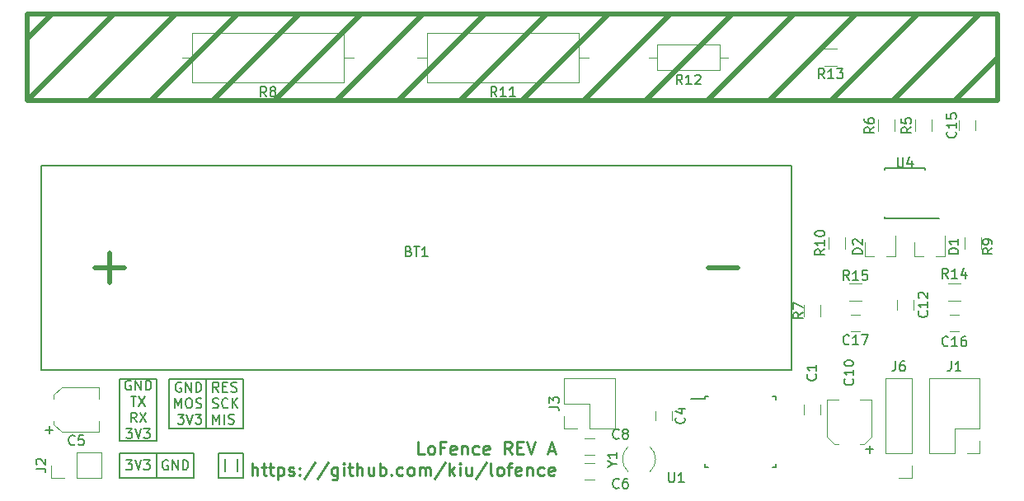
<source format=gto>
G04 #@! TF.GenerationSoftware,KiCad,Pcbnew,(5.0.0)*
G04 #@! TF.CreationDate,2019-02-24T05:38:12+01:00*
G04 #@! TF.ProjectId,lofence,6C6F66656E63652E6B696361645F7063,rev?*
G04 #@! TF.SameCoordinates,Original*
G04 #@! TF.FileFunction,Legend,Top*
G04 #@! TF.FilePolarity,Positive*
%FSLAX46Y46*%
G04 Gerber Fmt 4.6, Leading zero omitted, Abs format (unit mm)*
G04 Created by KiCad (PCBNEW (5.0.0)) date 02/24/19 05:38:12*
%MOMM*%
%LPD*%
G01*
G04 APERTURE LIST*
%ADD10C,0.200000*%
%ADD11C,0.150000*%
%ADD12C,0.250000*%
%ADD13C,0.500000*%
%ADD14C,0.120000*%
G04 APERTURE END LIST*
D10*
X80645000Y-80645000D02*
X83185000Y-80645000D01*
X80645000Y-78105000D02*
X83185000Y-78105000D01*
X83185000Y-78105000D02*
X83185000Y-80645000D01*
X82550000Y-78740000D02*
X82550000Y-80010000D01*
X81280000Y-78740000D02*
X81280000Y-80010000D01*
X80645000Y-78105000D02*
X80645000Y-80645000D01*
X79375000Y-75565000D02*
X79375000Y-70485000D01*
X75565000Y-70485000D02*
X79375000Y-70485000D01*
X75565000Y-75565000D02*
X75565000Y-70485000D01*
X83185000Y-75565000D02*
X75565000Y-75565000D01*
X83185000Y-70485000D02*
X83185000Y-75565000D01*
X79375000Y-70485000D02*
X83185000Y-70485000D01*
D11*
X76803571Y-70875000D02*
X76708333Y-70827380D01*
X76565476Y-70827380D01*
X76422619Y-70875000D01*
X76327380Y-70970238D01*
X76279761Y-71065476D01*
X76232142Y-71255952D01*
X76232142Y-71398809D01*
X76279761Y-71589285D01*
X76327380Y-71684523D01*
X76422619Y-71779761D01*
X76565476Y-71827380D01*
X76660714Y-71827380D01*
X76803571Y-71779761D01*
X76851190Y-71732142D01*
X76851190Y-71398809D01*
X76660714Y-71398809D01*
X77279761Y-71827380D02*
X77279761Y-70827380D01*
X77851190Y-71827380D01*
X77851190Y-70827380D01*
X78327380Y-71827380D02*
X78327380Y-70827380D01*
X78565476Y-70827380D01*
X78708333Y-70875000D01*
X78803571Y-70970238D01*
X78851190Y-71065476D01*
X78898809Y-71255952D01*
X78898809Y-71398809D01*
X78851190Y-71589285D01*
X78803571Y-71684523D01*
X78708333Y-71779761D01*
X78565476Y-71827380D01*
X78327380Y-71827380D01*
X80660714Y-71827380D02*
X80327380Y-71351190D01*
X80089285Y-71827380D02*
X80089285Y-70827380D01*
X80470238Y-70827380D01*
X80565476Y-70875000D01*
X80613095Y-70922619D01*
X80660714Y-71017857D01*
X80660714Y-71160714D01*
X80613095Y-71255952D01*
X80565476Y-71303571D01*
X80470238Y-71351190D01*
X80089285Y-71351190D01*
X81089285Y-71303571D02*
X81422619Y-71303571D01*
X81565476Y-71827380D02*
X81089285Y-71827380D01*
X81089285Y-70827380D01*
X81565476Y-70827380D01*
X81946428Y-71779761D02*
X82089285Y-71827380D01*
X82327380Y-71827380D01*
X82422619Y-71779761D01*
X82470238Y-71732142D01*
X82517857Y-71636904D01*
X82517857Y-71541666D01*
X82470238Y-71446428D01*
X82422619Y-71398809D01*
X82327380Y-71351190D01*
X82136904Y-71303571D01*
X82041666Y-71255952D01*
X81994047Y-71208333D01*
X81946428Y-71113095D01*
X81946428Y-71017857D01*
X81994047Y-70922619D01*
X82041666Y-70875000D01*
X82136904Y-70827380D01*
X82375000Y-70827380D01*
X82517857Y-70875000D01*
X76184523Y-73477380D02*
X76184523Y-72477380D01*
X76517857Y-73191666D01*
X76851190Y-72477380D01*
X76851190Y-73477380D01*
X77517857Y-72477380D02*
X77708333Y-72477380D01*
X77803571Y-72525000D01*
X77898809Y-72620238D01*
X77946428Y-72810714D01*
X77946428Y-73144047D01*
X77898809Y-73334523D01*
X77803571Y-73429761D01*
X77708333Y-73477380D01*
X77517857Y-73477380D01*
X77422619Y-73429761D01*
X77327380Y-73334523D01*
X77279761Y-73144047D01*
X77279761Y-72810714D01*
X77327380Y-72620238D01*
X77422619Y-72525000D01*
X77517857Y-72477380D01*
X78327380Y-73429761D02*
X78470238Y-73477380D01*
X78708333Y-73477380D01*
X78803571Y-73429761D01*
X78851190Y-73382142D01*
X78898809Y-73286904D01*
X78898809Y-73191666D01*
X78851190Y-73096428D01*
X78803571Y-73048809D01*
X78708333Y-73001190D01*
X78517857Y-72953571D01*
X78422619Y-72905952D01*
X78375000Y-72858333D01*
X78327380Y-72763095D01*
X78327380Y-72667857D01*
X78375000Y-72572619D01*
X78422619Y-72525000D01*
X78517857Y-72477380D01*
X78755952Y-72477380D01*
X78898809Y-72525000D01*
X80041666Y-73429761D02*
X80184523Y-73477380D01*
X80422619Y-73477380D01*
X80517857Y-73429761D01*
X80565476Y-73382142D01*
X80613095Y-73286904D01*
X80613095Y-73191666D01*
X80565476Y-73096428D01*
X80517857Y-73048809D01*
X80422619Y-73001190D01*
X80232142Y-72953571D01*
X80136904Y-72905952D01*
X80089285Y-72858333D01*
X80041666Y-72763095D01*
X80041666Y-72667857D01*
X80089285Y-72572619D01*
X80136904Y-72525000D01*
X80232142Y-72477380D01*
X80470238Y-72477380D01*
X80613095Y-72525000D01*
X81613095Y-73382142D02*
X81565476Y-73429761D01*
X81422619Y-73477380D01*
X81327380Y-73477380D01*
X81184523Y-73429761D01*
X81089285Y-73334523D01*
X81041666Y-73239285D01*
X80994047Y-73048809D01*
X80994047Y-72905952D01*
X81041666Y-72715476D01*
X81089285Y-72620238D01*
X81184523Y-72525000D01*
X81327380Y-72477380D01*
X81422619Y-72477380D01*
X81565476Y-72525000D01*
X81613095Y-72572619D01*
X82041666Y-73477380D02*
X82041666Y-72477380D01*
X82613095Y-73477380D02*
X82184523Y-72905952D01*
X82613095Y-72477380D02*
X82041666Y-73048809D01*
X76470238Y-74127380D02*
X77089285Y-74127380D01*
X76755952Y-74508333D01*
X76898809Y-74508333D01*
X76994047Y-74555952D01*
X77041666Y-74603571D01*
X77089285Y-74698809D01*
X77089285Y-74936904D01*
X77041666Y-75032142D01*
X76994047Y-75079761D01*
X76898809Y-75127380D01*
X76613095Y-75127380D01*
X76517857Y-75079761D01*
X76470238Y-75032142D01*
X77375000Y-74127380D02*
X77708333Y-75127380D01*
X78041666Y-74127380D01*
X78279761Y-74127380D02*
X78898809Y-74127380D01*
X78565476Y-74508333D01*
X78708333Y-74508333D01*
X78803571Y-74555952D01*
X78851190Y-74603571D01*
X78898809Y-74698809D01*
X78898809Y-74936904D01*
X78851190Y-75032142D01*
X78803571Y-75079761D01*
X78708333Y-75127380D01*
X78422619Y-75127380D01*
X78327380Y-75079761D01*
X78279761Y-75032142D01*
X80089285Y-75127380D02*
X80089285Y-74127380D01*
X80422619Y-74841666D01*
X80755952Y-74127380D01*
X80755952Y-75127380D01*
X81232142Y-75127380D02*
X81232142Y-74127380D01*
X81660714Y-75079761D02*
X81803571Y-75127380D01*
X82041666Y-75127380D01*
X82136904Y-75079761D01*
X82184523Y-75032142D01*
X82232142Y-74936904D01*
X82232142Y-74841666D01*
X82184523Y-74746428D01*
X82136904Y-74698809D01*
X82041666Y-74651190D01*
X81851190Y-74603571D01*
X81755952Y-74555952D01*
X81708333Y-74508333D01*
X81660714Y-74413095D01*
X81660714Y-74317857D01*
X81708333Y-74222619D01*
X81755952Y-74175000D01*
X81851190Y-74127380D01*
X82089285Y-74127380D01*
X82232142Y-74175000D01*
D10*
X74295000Y-76835000D02*
X74295000Y-70485000D01*
X70485000Y-76835000D02*
X74295000Y-76835000D01*
X70485000Y-70485000D02*
X70485000Y-76835000D01*
X70485000Y-70485000D02*
X74295000Y-70485000D01*
D11*
X71628095Y-70685000D02*
X71532857Y-70637380D01*
X71390000Y-70637380D01*
X71247142Y-70685000D01*
X71151904Y-70780238D01*
X71104285Y-70875476D01*
X71056666Y-71065952D01*
X71056666Y-71208809D01*
X71104285Y-71399285D01*
X71151904Y-71494523D01*
X71247142Y-71589761D01*
X71390000Y-71637380D01*
X71485238Y-71637380D01*
X71628095Y-71589761D01*
X71675714Y-71542142D01*
X71675714Y-71208809D01*
X71485238Y-71208809D01*
X72104285Y-71637380D02*
X72104285Y-70637380D01*
X72675714Y-71637380D01*
X72675714Y-70637380D01*
X73151904Y-71637380D02*
X73151904Y-70637380D01*
X73390000Y-70637380D01*
X73532857Y-70685000D01*
X73628095Y-70780238D01*
X73675714Y-70875476D01*
X73723333Y-71065952D01*
X73723333Y-71208809D01*
X73675714Y-71399285D01*
X73628095Y-71494523D01*
X73532857Y-71589761D01*
X73390000Y-71637380D01*
X73151904Y-71637380D01*
X71628095Y-72287380D02*
X72199523Y-72287380D01*
X71913809Y-73287380D02*
X71913809Y-72287380D01*
X72437619Y-72287380D02*
X73104285Y-73287380D01*
X73104285Y-72287380D02*
X72437619Y-73287380D01*
X72223333Y-74937380D02*
X71890000Y-74461190D01*
X71651904Y-74937380D02*
X71651904Y-73937380D01*
X72032857Y-73937380D01*
X72128095Y-73985000D01*
X72175714Y-74032619D01*
X72223333Y-74127857D01*
X72223333Y-74270714D01*
X72175714Y-74365952D01*
X72128095Y-74413571D01*
X72032857Y-74461190D01*
X71651904Y-74461190D01*
X72556666Y-73937380D02*
X73223333Y-74937380D01*
X73223333Y-73937380D02*
X72556666Y-74937380D01*
X71151904Y-75587380D02*
X71770952Y-75587380D01*
X71437619Y-75968333D01*
X71580476Y-75968333D01*
X71675714Y-76015952D01*
X71723333Y-76063571D01*
X71770952Y-76158809D01*
X71770952Y-76396904D01*
X71723333Y-76492142D01*
X71675714Y-76539761D01*
X71580476Y-76587380D01*
X71294761Y-76587380D01*
X71199523Y-76539761D01*
X71151904Y-76492142D01*
X72056666Y-75587380D02*
X72390000Y-76587380D01*
X72723333Y-75587380D01*
X72961428Y-75587380D02*
X73580476Y-75587380D01*
X73247142Y-75968333D01*
X73390000Y-75968333D01*
X73485238Y-76015952D01*
X73532857Y-76063571D01*
X73580476Y-76158809D01*
X73580476Y-76396904D01*
X73532857Y-76492142D01*
X73485238Y-76539761D01*
X73390000Y-76587380D01*
X73104285Y-76587380D01*
X73009047Y-76539761D01*
X72961428Y-76492142D01*
D10*
X70485000Y-78105000D02*
X78105000Y-78105000D01*
X70485000Y-80645000D02*
X70485000Y-78105000D01*
X78105000Y-80645000D02*
X78105000Y-78105000D01*
X74295000Y-80645000D02*
X78105000Y-80645000D01*
X74295000Y-80645000D02*
X70485000Y-80645000D01*
X74295000Y-78105000D02*
X74295000Y-80645000D01*
D11*
X71151904Y-78827380D02*
X71770952Y-78827380D01*
X71437619Y-79208333D01*
X71580476Y-79208333D01*
X71675714Y-79255952D01*
X71723333Y-79303571D01*
X71770952Y-79398809D01*
X71770952Y-79636904D01*
X71723333Y-79732142D01*
X71675714Y-79779761D01*
X71580476Y-79827380D01*
X71294761Y-79827380D01*
X71199523Y-79779761D01*
X71151904Y-79732142D01*
X72056666Y-78827380D02*
X72390000Y-79827380D01*
X72723333Y-78827380D01*
X72961428Y-78827380D02*
X73580476Y-78827380D01*
X73247142Y-79208333D01*
X73390000Y-79208333D01*
X73485238Y-79255952D01*
X73532857Y-79303571D01*
X73580476Y-79398809D01*
X73580476Y-79636904D01*
X73532857Y-79732142D01*
X73485238Y-79779761D01*
X73390000Y-79827380D01*
X73104285Y-79827380D01*
X73009047Y-79779761D01*
X72961428Y-79732142D01*
X75438095Y-78875000D02*
X75342857Y-78827380D01*
X75200000Y-78827380D01*
X75057142Y-78875000D01*
X74961904Y-78970238D01*
X74914285Y-79065476D01*
X74866666Y-79255952D01*
X74866666Y-79398809D01*
X74914285Y-79589285D01*
X74961904Y-79684523D01*
X75057142Y-79779761D01*
X75200000Y-79827380D01*
X75295238Y-79827380D01*
X75438095Y-79779761D01*
X75485714Y-79732142D01*
X75485714Y-79398809D01*
X75295238Y-79398809D01*
X75914285Y-79827380D02*
X75914285Y-78827380D01*
X76485714Y-79827380D01*
X76485714Y-78827380D01*
X76961904Y-79827380D02*
X76961904Y-78827380D01*
X77200000Y-78827380D01*
X77342857Y-78875000D01*
X77438095Y-78970238D01*
X77485714Y-79065476D01*
X77533333Y-79255952D01*
X77533333Y-79398809D01*
X77485714Y-79589285D01*
X77438095Y-79684523D01*
X77342857Y-79779761D01*
X77200000Y-79827380D01*
X76961904Y-79827380D01*
D12*
X101788452Y-78228095D02*
X101169404Y-78228095D01*
X101169404Y-76928095D01*
X102407500Y-78228095D02*
X102283690Y-78166190D01*
X102221785Y-78104285D01*
X102159880Y-77980476D01*
X102159880Y-77609047D01*
X102221785Y-77485238D01*
X102283690Y-77423333D01*
X102407500Y-77361428D01*
X102593214Y-77361428D01*
X102717023Y-77423333D01*
X102778928Y-77485238D01*
X102840833Y-77609047D01*
X102840833Y-77980476D01*
X102778928Y-78104285D01*
X102717023Y-78166190D01*
X102593214Y-78228095D01*
X102407500Y-78228095D01*
X103831309Y-77547142D02*
X103397976Y-77547142D01*
X103397976Y-78228095D02*
X103397976Y-76928095D01*
X104017023Y-76928095D01*
X105007500Y-78166190D02*
X104883690Y-78228095D01*
X104636071Y-78228095D01*
X104512261Y-78166190D01*
X104450357Y-78042380D01*
X104450357Y-77547142D01*
X104512261Y-77423333D01*
X104636071Y-77361428D01*
X104883690Y-77361428D01*
X105007500Y-77423333D01*
X105069404Y-77547142D01*
X105069404Y-77670952D01*
X104450357Y-77794761D01*
X105626547Y-77361428D02*
X105626547Y-78228095D01*
X105626547Y-77485238D02*
X105688452Y-77423333D01*
X105812261Y-77361428D01*
X105997976Y-77361428D01*
X106121785Y-77423333D01*
X106183690Y-77547142D01*
X106183690Y-78228095D01*
X107359880Y-78166190D02*
X107236071Y-78228095D01*
X106988452Y-78228095D01*
X106864642Y-78166190D01*
X106802738Y-78104285D01*
X106740833Y-77980476D01*
X106740833Y-77609047D01*
X106802738Y-77485238D01*
X106864642Y-77423333D01*
X106988452Y-77361428D01*
X107236071Y-77361428D01*
X107359880Y-77423333D01*
X108412261Y-78166190D02*
X108288452Y-78228095D01*
X108040833Y-78228095D01*
X107917023Y-78166190D01*
X107855119Y-78042380D01*
X107855119Y-77547142D01*
X107917023Y-77423333D01*
X108040833Y-77361428D01*
X108288452Y-77361428D01*
X108412261Y-77423333D01*
X108474166Y-77547142D01*
X108474166Y-77670952D01*
X107855119Y-77794761D01*
X110764642Y-78228095D02*
X110331309Y-77609047D01*
X110021785Y-78228095D02*
X110021785Y-76928095D01*
X110517023Y-76928095D01*
X110640833Y-76990000D01*
X110702738Y-77051904D01*
X110764642Y-77175714D01*
X110764642Y-77361428D01*
X110702738Y-77485238D01*
X110640833Y-77547142D01*
X110517023Y-77609047D01*
X110021785Y-77609047D01*
X111321785Y-77547142D02*
X111755119Y-77547142D01*
X111940833Y-78228095D02*
X111321785Y-78228095D01*
X111321785Y-76928095D01*
X111940833Y-76928095D01*
X112312261Y-76928095D02*
X112745595Y-78228095D01*
X113178928Y-76928095D01*
X114540833Y-77856666D02*
X115159880Y-77856666D01*
X114417023Y-78228095D02*
X114850357Y-76928095D01*
X115283690Y-78228095D01*
X84083690Y-80428095D02*
X84083690Y-79128095D01*
X84640833Y-80428095D02*
X84640833Y-79747142D01*
X84578928Y-79623333D01*
X84455119Y-79561428D01*
X84269404Y-79561428D01*
X84145595Y-79623333D01*
X84083690Y-79685238D01*
X85074166Y-79561428D02*
X85569404Y-79561428D01*
X85259880Y-79128095D02*
X85259880Y-80242380D01*
X85321785Y-80366190D01*
X85445595Y-80428095D01*
X85569404Y-80428095D01*
X85817023Y-79561428D02*
X86312261Y-79561428D01*
X86002738Y-79128095D02*
X86002738Y-80242380D01*
X86064642Y-80366190D01*
X86188452Y-80428095D01*
X86312261Y-80428095D01*
X86745595Y-79561428D02*
X86745595Y-80861428D01*
X86745595Y-79623333D02*
X86869404Y-79561428D01*
X87117023Y-79561428D01*
X87240833Y-79623333D01*
X87302738Y-79685238D01*
X87364642Y-79809047D01*
X87364642Y-80180476D01*
X87302738Y-80304285D01*
X87240833Y-80366190D01*
X87117023Y-80428095D01*
X86869404Y-80428095D01*
X86745595Y-80366190D01*
X87859880Y-80366190D02*
X87983690Y-80428095D01*
X88231309Y-80428095D01*
X88355119Y-80366190D01*
X88417023Y-80242380D01*
X88417023Y-80180476D01*
X88355119Y-80056666D01*
X88231309Y-79994761D01*
X88045595Y-79994761D01*
X87921785Y-79932857D01*
X87859880Y-79809047D01*
X87859880Y-79747142D01*
X87921785Y-79623333D01*
X88045595Y-79561428D01*
X88231309Y-79561428D01*
X88355119Y-79623333D01*
X88974166Y-80304285D02*
X89036071Y-80366190D01*
X88974166Y-80428095D01*
X88912261Y-80366190D01*
X88974166Y-80304285D01*
X88974166Y-80428095D01*
X88974166Y-79623333D02*
X89036071Y-79685238D01*
X88974166Y-79747142D01*
X88912261Y-79685238D01*
X88974166Y-79623333D01*
X88974166Y-79747142D01*
X90521785Y-79066190D02*
X89407499Y-80737619D01*
X91883690Y-79066190D02*
X90769404Y-80737619D01*
X92874166Y-79561428D02*
X92874166Y-80613809D01*
X92812261Y-80737619D01*
X92750357Y-80799523D01*
X92626547Y-80861428D01*
X92440833Y-80861428D01*
X92317023Y-80799523D01*
X92874166Y-80366190D02*
X92750357Y-80428095D01*
X92502738Y-80428095D01*
X92378928Y-80366190D01*
X92317023Y-80304285D01*
X92255119Y-80180476D01*
X92255119Y-79809047D01*
X92317023Y-79685238D01*
X92378928Y-79623333D01*
X92502738Y-79561428D01*
X92750357Y-79561428D01*
X92874166Y-79623333D01*
X93493214Y-80428095D02*
X93493214Y-79561428D01*
X93493214Y-79128095D02*
X93431309Y-79190000D01*
X93493214Y-79251904D01*
X93555119Y-79190000D01*
X93493214Y-79128095D01*
X93493214Y-79251904D01*
X93926547Y-79561428D02*
X94421785Y-79561428D01*
X94112261Y-79128095D02*
X94112261Y-80242380D01*
X94174166Y-80366190D01*
X94297976Y-80428095D01*
X94421785Y-80428095D01*
X94855119Y-80428095D02*
X94855119Y-79128095D01*
X95412261Y-80428095D02*
X95412261Y-79747142D01*
X95350357Y-79623333D01*
X95226547Y-79561428D01*
X95040833Y-79561428D01*
X94917023Y-79623333D01*
X94855119Y-79685238D01*
X96588452Y-79561428D02*
X96588452Y-80428095D01*
X96031309Y-79561428D02*
X96031309Y-80242380D01*
X96093214Y-80366190D01*
X96217023Y-80428095D01*
X96402738Y-80428095D01*
X96526547Y-80366190D01*
X96588452Y-80304285D01*
X97207499Y-80428095D02*
X97207499Y-79128095D01*
X97207499Y-79623333D02*
X97331309Y-79561428D01*
X97578928Y-79561428D01*
X97702738Y-79623333D01*
X97764642Y-79685238D01*
X97826547Y-79809047D01*
X97826547Y-80180476D01*
X97764642Y-80304285D01*
X97702738Y-80366190D01*
X97578928Y-80428095D01*
X97331309Y-80428095D01*
X97207499Y-80366190D01*
X98383690Y-80304285D02*
X98445595Y-80366190D01*
X98383690Y-80428095D01*
X98321785Y-80366190D01*
X98383690Y-80304285D01*
X98383690Y-80428095D01*
X99559880Y-80366190D02*
X99436071Y-80428095D01*
X99188452Y-80428095D01*
X99064642Y-80366190D01*
X99002738Y-80304285D01*
X98940833Y-80180476D01*
X98940833Y-79809047D01*
X99002738Y-79685238D01*
X99064642Y-79623333D01*
X99188452Y-79561428D01*
X99436071Y-79561428D01*
X99559880Y-79623333D01*
X100302738Y-80428095D02*
X100178928Y-80366190D01*
X100117023Y-80304285D01*
X100055119Y-80180476D01*
X100055119Y-79809047D01*
X100117023Y-79685238D01*
X100178928Y-79623333D01*
X100302738Y-79561428D01*
X100488452Y-79561428D01*
X100612261Y-79623333D01*
X100674166Y-79685238D01*
X100736071Y-79809047D01*
X100736071Y-80180476D01*
X100674166Y-80304285D01*
X100612261Y-80366190D01*
X100488452Y-80428095D01*
X100302738Y-80428095D01*
X101293214Y-80428095D02*
X101293214Y-79561428D01*
X101293214Y-79685238D02*
X101355119Y-79623333D01*
X101478928Y-79561428D01*
X101664642Y-79561428D01*
X101788452Y-79623333D01*
X101850357Y-79747142D01*
X101850357Y-80428095D01*
X101850357Y-79747142D02*
X101912261Y-79623333D01*
X102036071Y-79561428D01*
X102221785Y-79561428D01*
X102345595Y-79623333D01*
X102407499Y-79747142D01*
X102407499Y-80428095D01*
X103955119Y-79066190D02*
X102840833Y-80737619D01*
X104388452Y-80428095D02*
X104388452Y-79128095D01*
X104512261Y-79932857D02*
X104883690Y-80428095D01*
X104883690Y-79561428D02*
X104388452Y-80056666D01*
X105440833Y-80428095D02*
X105440833Y-79561428D01*
X105440833Y-79128095D02*
X105378928Y-79190000D01*
X105440833Y-79251904D01*
X105502738Y-79190000D01*
X105440833Y-79128095D01*
X105440833Y-79251904D01*
X106617023Y-79561428D02*
X106617023Y-80428095D01*
X106059880Y-79561428D02*
X106059880Y-80242380D01*
X106121785Y-80366190D01*
X106245595Y-80428095D01*
X106431309Y-80428095D01*
X106555119Y-80366190D01*
X106617023Y-80304285D01*
X108164642Y-79066190D02*
X107050357Y-80737619D01*
X108783690Y-80428095D02*
X108659880Y-80366190D01*
X108597976Y-80242380D01*
X108597976Y-79128095D01*
X109464642Y-80428095D02*
X109340833Y-80366190D01*
X109278928Y-80304285D01*
X109217023Y-80180476D01*
X109217023Y-79809047D01*
X109278928Y-79685238D01*
X109340833Y-79623333D01*
X109464642Y-79561428D01*
X109650357Y-79561428D01*
X109774166Y-79623333D01*
X109836071Y-79685238D01*
X109897976Y-79809047D01*
X109897976Y-80180476D01*
X109836071Y-80304285D01*
X109774166Y-80366190D01*
X109650357Y-80428095D01*
X109464642Y-80428095D01*
X110269404Y-79561428D02*
X110764642Y-79561428D01*
X110455119Y-80428095D02*
X110455119Y-79313809D01*
X110517023Y-79190000D01*
X110640833Y-79128095D01*
X110764642Y-79128095D01*
X111693214Y-80366190D02*
X111569404Y-80428095D01*
X111321785Y-80428095D01*
X111197976Y-80366190D01*
X111136071Y-80242380D01*
X111136071Y-79747142D01*
X111197976Y-79623333D01*
X111321785Y-79561428D01*
X111569404Y-79561428D01*
X111693214Y-79623333D01*
X111755119Y-79747142D01*
X111755119Y-79870952D01*
X111136071Y-79994761D01*
X112312261Y-79561428D02*
X112312261Y-80428095D01*
X112312261Y-79685238D02*
X112374166Y-79623333D01*
X112497976Y-79561428D01*
X112683690Y-79561428D01*
X112807499Y-79623333D01*
X112869404Y-79747142D01*
X112869404Y-80428095D01*
X114045595Y-80366190D02*
X113921785Y-80428095D01*
X113674166Y-80428095D01*
X113550357Y-80366190D01*
X113488452Y-80304285D01*
X113426547Y-80180476D01*
X113426547Y-79809047D01*
X113488452Y-79685238D01*
X113550357Y-79623333D01*
X113674166Y-79561428D01*
X113921785Y-79561428D01*
X114045595Y-79623333D01*
X115097976Y-80366190D02*
X114974166Y-80428095D01*
X114726547Y-80428095D01*
X114602738Y-80366190D01*
X114540833Y-80242380D01*
X114540833Y-79747142D01*
X114602738Y-79623333D01*
X114726547Y-79561428D01*
X114974166Y-79561428D01*
X115097976Y-79623333D01*
X115159880Y-79747142D01*
X115159880Y-79870952D01*
X114540833Y-79994761D01*
D13*
X160655000Y-33020000D02*
X160655000Y-41910000D01*
X60960000Y-33020000D02*
X160655000Y-33020000D01*
X60960000Y-41910000D02*
X60960000Y-33020000D01*
X160655000Y-41910000D02*
X60960000Y-41910000D01*
X156210000Y-41910000D02*
X160655000Y-37465000D01*
X63500000Y-33020000D02*
X60960000Y-35560000D01*
X149860000Y-41910000D02*
X158750000Y-33020000D01*
X143510000Y-41910000D02*
X152400000Y-33020000D01*
X137160000Y-41910000D02*
X146050000Y-33020000D01*
X130810000Y-41910000D02*
X139700000Y-33020000D01*
X124460000Y-41910000D02*
X133350000Y-33020000D01*
X118110000Y-41910000D02*
X127000000Y-33020000D01*
X111760000Y-41910000D02*
X120650000Y-33020000D01*
X105410000Y-41910000D02*
X114300000Y-33020000D01*
X99060000Y-41910000D02*
X107950000Y-33020000D01*
X92710000Y-41910000D02*
X101600000Y-33020000D01*
X86360000Y-41910000D02*
X95250000Y-33020000D01*
X80010000Y-41910000D02*
X88900000Y-33020000D01*
X73660000Y-41910000D02*
X82550000Y-33020000D01*
X67310000Y-41910000D02*
X76200000Y-33020000D01*
X60960000Y-41910000D02*
X69850000Y-33020000D01*
D14*
G04 #@! TO.C,J3*
X116145000Y-75625000D02*
X116145000Y-74295000D01*
X117475000Y-75625000D02*
X116145000Y-75625000D01*
X116145000Y-73025000D02*
X116145000Y-70425000D01*
X118745000Y-73025000D02*
X116145000Y-73025000D01*
X118745000Y-75625000D02*
X118745000Y-73025000D01*
X116145000Y-70425000D02*
X121345000Y-70425000D01*
X118745000Y-75625000D02*
X121345000Y-75625000D01*
X121345000Y-75625000D02*
X121345000Y-70425000D01*
G04 #@! TO.C,C1*
X140755000Y-73140000D02*
X140755000Y-74140000D01*
X142455000Y-74140000D02*
X142455000Y-73140000D01*
G04 #@! TO.C,C4*
X127215000Y-74775000D02*
X127215000Y-73775000D01*
X125515000Y-73775000D02*
X125515000Y-74775000D01*
G04 #@! TO.C,C6*
X119245000Y-79160000D02*
X118245000Y-79160000D01*
X118245000Y-80860000D02*
X119245000Y-80860000D01*
G04 #@! TO.C,C8*
X119245000Y-76620000D02*
X118245000Y-76620000D01*
X118245000Y-78320000D02*
X119245000Y-78320000D01*
G04 #@! TO.C,C12*
X150280000Y-62365000D02*
X150280000Y-63365000D01*
X151980000Y-63365000D02*
X151980000Y-62365000D01*
G04 #@! TO.C,C15*
X158330000Y-44950000D02*
X158330000Y-43950000D01*
X156630000Y-43950000D02*
X156630000Y-44950000D01*
G04 #@! TO.C,C16*
X156710000Y-63920000D02*
X155710000Y-63920000D01*
X155710000Y-65620000D02*
X156710000Y-65620000D01*
G04 #@! TO.C,C17*
X145550000Y-65620000D02*
X146550000Y-65620000D01*
X146550000Y-63920000D02*
X145550000Y-63920000D01*
G04 #@! TO.C,D1*
X152090000Y-57910000D02*
X153020000Y-57910000D01*
X155250000Y-57910000D02*
X154320000Y-57910000D01*
X155250000Y-57910000D02*
X155250000Y-55750000D01*
X152090000Y-57910000D02*
X152090000Y-56450000D01*
G04 #@! TO.C,D2*
X147010000Y-57910000D02*
X147940000Y-57910000D01*
X150170000Y-57910000D02*
X149240000Y-57910000D01*
X150170000Y-57910000D02*
X150170000Y-55750000D01*
X147010000Y-57910000D02*
X147010000Y-56450000D01*
G04 #@! TO.C,J1*
X158810000Y-70425000D02*
X153610000Y-70425000D01*
X158810000Y-75565000D02*
X158810000Y-70425000D01*
X153610000Y-78165000D02*
X153610000Y-70425000D01*
X158810000Y-75565000D02*
X156210000Y-75565000D01*
X156210000Y-75565000D02*
X156210000Y-78165000D01*
X156210000Y-78165000D02*
X153610000Y-78165000D01*
X158810000Y-76835000D02*
X158810000Y-78165000D01*
X158810000Y-78165000D02*
X157480000Y-78165000D01*
G04 #@! TO.C,J2*
X68640000Y-80705000D02*
X68640000Y-78045000D01*
X66040000Y-80705000D02*
X68640000Y-80705000D01*
X66040000Y-78045000D02*
X68640000Y-78045000D01*
X66040000Y-80705000D02*
X66040000Y-78045000D01*
X64770000Y-80705000D02*
X63440000Y-80705000D01*
X63440000Y-80705000D02*
X63440000Y-79375000D01*
G04 #@! TO.C,J6*
X151825000Y-70425000D02*
X149165000Y-70425000D01*
X151825000Y-78105000D02*
X151825000Y-70425000D01*
X149165000Y-78105000D02*
X149165000Y-70425000D01*
X151825000Y-78105000D02*
X149165000Y-78105000D01*
X151825000Y-79375000D02*
X151825000Y-80705000D01*
X151825000Y-80705000D02*
X150495000Y-80705000D01*
G04 #@! TO.C,R5*
X153915000Y-43850000D02*
X153915000Y-45050000D01*
X152155000Y-45050000D02*
X152155000Y-43850000D01*
G04 #@! TO.C,R6*
X150105000Y-43850000D02*
X150105000Y-45050000D01*
X148345000Y-45050000D02*
X148345000Y-43850000D01*
G04 #@! TO.C,R7*
X142485000Y-62900000D02*
X142485000Y-64100000D01*
X140725000Y-64100000D02*
X140725000Y-62900000D01*
G04 #@! TO.C,R9*
X158995000Y-55915000D02*
X158995000Y-57115000D01*
X157235000Y-57115000D02*
X157235000Y-55915000D01*
G04 #@! TO.C,R10*
X145025000Y-55915000D02*
X145025000Y-57115000D01*
X143265000Y-57115000D02*
X143265000Y-55915000D01*
G04 #@! TO.C,R13*
X142910000Y-36585000D02*
X144110000Y-36585000D01*
X144110000Y-38345000D02*
X142910000Y-38345000D01*
G04 #@! TO.C,R14*
X155610000Y-60715000D02*
X156810000Y-60715000D01*
X156810000Y-62475000D02*
X155610000Y-62475000D01*
G04 #@! TO.C,R15*
X146650000Y-62475000D02*
X145450000Y-62475000D01*
X145450000Y-60715000D02*
X146650000Y-60715000D01*
D11*
G04 #@! TO.C,U4*
X153205000Y-54010000D02*
X153205000Y-53960000D01*
X149055000Y-54010000D02*
X149055000Y-53865000D01*
X149055000Y-48860000D02*
X149055000Y-49005000D01*
X153205000Y-48860000D02*
X153205000Y-49005000D01*
X153205000Y-54010000D02*
X149055000Y-54010000D01*
X153205000Y-48860000D02*
X149055000Y-48860000D01*
X153205000Y-53960000D02*
X154605000Y-53960000D01*
D14*
G04 #@! TO.C,Y1*
X122695521Y-77469458D02*
G75*
G03X122694912Y-80010000I1129479J-1270542D01*
G01*
X124954479Y-77469458D02*
G75*
G02X124955088Y-80010000I-1129479J-1270542D01*
G01*
D11*
G04 #@! TO.C,U1*
X130614000Y-72321000D02*
X130614000Y-72546000D01*
X137864000Y-72321000D02*
X137864000Y-72646000D01*
X137864000Y-79571000D02*
X137864000Y-79246000D01*
X130614000Y-79571000D02*
X130614000Y-79246000D01*
X130614000Y-72321000D02*
X130939000Y-72321000D01*
X130614000Y-79571000D02*
X130939000Y-79571000D01*
X137864000Y-79571000D02*
X137539000Y-79571000D01*
X137864000Y-72321000D02*
X137539000Y-72321000D01*
X130614000Y-72546000D02*
X129189000Y-72546000D01*
D14*
G04 #@! TO.C,R8*
X93535000Y-40025000D02*
X93535000Y-34905000D01*
X93535000Y-34905000D02*
X77915000Y-34905000D01*
X77915000Y-34905000D02*
X77915000Y-40025000D01*
X77915000Y-40025000D02*
X93535000Y-40025000D01*
X94505000Y-37465000D02*
X93535000Y-37465000D01*
X76945000Y-37465000D02*
X77915000Y-37465000D01*
G04 #@! TO.C,R11*
X117665000Y-40025000D02*
X117665000Y-34905000D01*
X117665000Y-34905000D02*
X102045000Y-34905000D01*
X102045000Y-34905000D02*
X102045000Y-40025000D01*
X102045000Y-40025000D02*
X117665000Y-40025000D01*
X118635000Y-37465000D02*
X117665000Y-37465000D01*
X101075000Y-37465000D02*
X102045000Y-37465000D01*
G04 #@! TO.C,R12*
X132115000Y-38775000D02*
X132115000Y-36155000D01*
X132115000Y-36155000D02*
X125695000Y-36155000D01*
X125695000Y-36155000D02*
X125695000Y-38775000D01*
X125695000Y-38775000D02*
X132115000Y-38775000D01*
X133005000Y-37465000D02*
X132115000Y-37465000D01*
X124805000Y-37465000D02*
X125695000Y-37465000D01*
D13*
G04 #@! TO.C,BT1*
X133965000Y-59055000D02*
X130965000Y-59055000D01*
X69465000Y-60555000D02*
X69465000Y-57555000D01*
X67965000Y-59055000D02*
X70965000Y-59055000D01*
D11*
X139465000Y-69555000D02*
X62465000Y-69555000D01*
X139465000Y-48555000D02*
X139465000Y-69555000D01*
X62465000Y-48555000D02*
X139465000Y-48555000D01*
X62465000Y-69555000D02*
X62465000Y-48555000D01*
D14*
G04 #@! TO.C,C5*
X68330000Y-75950000D02*
X68330000Y-74780000D01*
X68330000Y-71370000D02*
X68330000Y-72540000D01*
X63750000Y-72140000D02*
X63750000Y-72540000D01*
X63750000Y-75180000D02*
X63750000Y-74780000D01*
X64520000Y-75950000D02*
X68330000Y-75950000D01*
X64520000Y-75950000D02*
X63750000Y-75180000D01*
X64520000Y-71370000D02*
X68330000Y-71370000D01*
X64520000Y-71370000D02*
X63750000Y-72140000D01*
G04 #@! TO.C,C10*
X147705000Y-72640000D02*
X146535000Y-72640000D01*
X143125000Y-72640000D02*
X144295000Y-72640000D01*
X143895000Y-77220000D02*
X144295000Y-77220000D01*
X146935000Y-77220000D02*
X146535000Y-77220000D01*
X147705000Y-76450000D02*
X147705000Y-72640000D01*
X147705000Y-76450000D02*
X146935000Y-77220000D01*
X143125000Y-76450000D02*
X143125000Y-72640000D01*
X143125000Y-76450000D02*
X143895000Y-77220000D01*
G04 #@! TO.C,J3*
D11*
X114597380Y-73358333D02*
X115311666Y-73358333D01*
X115454523Y-73405952D01*
X115549761Y-73501190D01*
X115597380Y-73644047D01*
X115597380Y-73739285D01*
X114597380Y-72977380D02*
X114597380Y-72358333D01*
X114978333Y-72691666D01*
X114978333Y-72548809D01*
X115025952Y-72453571D01*
X115073571Y-72405952D01*
X115168809Y-72358333D01*
X115406904Y-72358333D01*
X115502142Y-72405952D01*
X115549761Y-72453571D01*
X115597380Y-72548809D01*
X115597380Y-72834523D01*
X115549761Y-72929761D01*
X115502142Y-72977380D01*
G04 #@! TO.C,C1*
X141962142Y-70016666D02*
X142009761Y-70064285D01*
X142057380Y-70207142D01*
X142057380Y-70302380D01*
X142009761Y-70445238D01*
X141914523Y-70540476D01*
X141819285Y-70588095D01*
X141628809Y-70635714D01*
X141485952Y-70635714D01*
X141295476Y-70588095D01*
X141200238Y-70540476D01*
X141105000Y-70445238D01*
X141057380Y-70302380D01*
X141057380Y-70207142D01*
X141105000Y-70064285D01*
X141152619Y-70016666D01*
X142057380Y-69064285D02*
X142057380Y-69635714D01*
X142057380Y-69350000D02*
X141057380Y-69350000D01*
X141200238Y-69445238D01*
X141295476Y-69540476D01*
X141343095Y-69635714D01*
G04 #@! TO.C,C4*
X128472142Y-74441666D02*
X128519761Y-74489285D01*
X128567380Y-74632142D01*
X128567380Y-74727380D01*
X128519761Y-74870238D01*
X128424523Y-74965476D01*
X128329285Y-75013095D01*
X128138809Y-75060714D01*
X127995952Y-75060714D01*
X127805476Y-75013095D01*
X127710238Y-74965476D01*
X127615000Y-74870238D01*
X127567380Y-74727380D01*
X127567380Y-74632142D01*
X127615000Y-74489285D01*
X127662619Y-74441666D01*
X127900714Y-73584523D02*
X128567380Y-73584523D01*
X127519761Y-73822619D02*
X128234047Y-74060714D01*
X128234047Y-73441666D01*
G04 #@! TO.C,C6*
X121753333Y-81637142D02*
X121705714Y-81684761D01*
X121562857Y-81732380D01*
X121467619Y-81732380D01*
X121324761Y-81684761D01*
X121229523Y-81589523D01*
X121181904Y-81494285D01*
X121134285Y-81303809D01*
X121134285Y-81160952D01*
X121181904Y-80970476D01*
X121229523Y-80875238D01*
X121324761Y-80780000D01*
X121467619Y-80732380D01*
X121562857Y-80732380D01*
X121705714Y-80780000D01*
X121753333Y-80827619D01*
X122610476Y-80732380D02*
X122420000Y-80732380D01*
X122324761Y-80780000D01*
X122277142Y-80827619D01*
X122181904Y-80970476D01*
X122134285Y-81160952D01*
X122134285Y-81541904D01*
X122181904Y-81637142D01*
X122229523Y-81684761D01*
X122324761Y-81732380D01*
X122515238Y-81732380D01*
X122610476Y-81684761D01*
X122658095Y-81637142D01*
X122705714Y-81541904D01*
X122705714Y-81303809D01*
X122658095Y-81208571D01*
X122610476Y-81160952D01*
X122515238Y-81113333D01*
X122324761Y-81113333D01*
X122229523Y-81160952D01*
X122181904Y-81208571D01*
X122134285Y-81303809D01*
G04 #@! TO.C,C8*
X121753333Y-76557142D02*
X121705714Y-76604761D01*
X121562857Y-76652380D01*
X121467619Y-76652380D01*
X121324761Y-76604761D01*
X121229523Y-76509523D01*
X121181904Y-76414285D01*
X121134285Y-76223809D01*
X121134285Y-76080952D01*
X121181904Y-75890476D01*
X121229523Y-75795238D01*
X121324761Y-75700000D01*
X121467619Y-75652380D01*
X121562857Y-75652380D01*
X121705714Y-75700000D01*
X121753333Y-75747619D01*
X122324761Y-76080952D02*
X122229523Y-76033333D01*
X122181904Y-75985714D01*
X122134285Y-75890476D01*
X122134285Y-75842857D01*
X122181904Y-75747619D01*
X122229523Y-75700000D01*
X122324761Y-75652380D01*
X122515238Y-75652380D01*
X122610476Y-75700000D01*
X122658095Y-75747619D01*
X122705714Y-75842857D01*
X122705714Y-75890476D01*
X122658095Y-75985714D01*
X122610476Y-76033333D01*
X122515238Y-76080952D01*
X122324761Y-76080952D01*
X122229523Y-76128571D01*
X122181904Y-76176190D01*
X122134285Y-76271428D01*
X122134285Y-76461904D01*
X122181904Y-76557142D01*
X122229523Y-76604761D01*
X122324761Y-76652380D01*
X122515238Y-76652380D01*
X122610476Y-76604761D01*
X122658095Y-76557142D01*
X122705714Y-76461904D01*
X122705714Y-76271428D01*
X122658095Y-76176190D01*
X122610476Y-76128571D01*
X122515238Y-76080952D01*
G04 #@! TO.C,C12*
X153392142Y-63507857D02*
X153439761Y-63555476D01*
X153487380Y-63698333D01*
X153487380Y-63793571D01*
X153439761Y-63936428D01*
X153344523Y-64031666D01*
X153249285Y-64079285D01*
X153058809Y-64126904D01*
X152915952Y-64126904D01*
X152725476Y-64079285D01*
X152630238Y-64031666D01*
X152535000Y-63936428D01*
X152487380Y-63793571D01*
X152487380Y-63698333D01*
X152535000Y-63555476D01*
X152582619Y-63507857D01*
X153487380Y-62555476D02*
X153487380Y-63126904D01*
X153487380Y-62841190D02*
X152487380Y-62841190D01*
X152630238Y-62936428D01*
X152725476Y-63031666D01*
X152773095Y-63126904D01*
X152582619Y-62174523D02*
X152535000Y-62126904D01*
X152487380Y-62031666D01*
X152487380Y-61793571D01*
X152535000Y-61698333D01*
X152582619Y-61650714D01*
X152677857Y-61603095D01*
X152773095Y-61603095D01*
X152915952Y-61650714D01*
X153487380Y-62222142D01*
X153487380Y-61603095D01*
G04 #@! TO.C,C15*
X156313142Y-45092857D02*
X156360761Y-45140476D01*
X156408380Y-45283333D01*
X156408380Y-45378571D01*
X156360761Y-45521428D01*
X156265523Y-45616666D01*
X156170285Y-45664285D01*
X155979809Y-45711904D01*
X155836952Y-45711904D01*
X155646476Y-45664285D01*
X155551238Y-45616666D01*
X155456000Y-45521428D01*
X155408380Y-45378571D01*
X155408380Y-45283333D01*
X155456000Y-45140476D01*
X155503619Y-45092857D01*
X156408380Y-44140476D02*
X156408380Y-44711904D01*
X156408380Y-44426190D02*
X155408380Y-44426190D01*
X155551238Y-44521428D01*
X155646476Y-44616666D01*
X155694095Y-44711904D01*
X155408380Y-43235714D02*
X155408380Y-43711904D01*
X155884571Y-43759523D01*
X155836952Y-43711904D01*
X155789333Y-43616666D01*
X155789333Y-43378571D01*
X155836952Y-43283333D01*
X155884571Y-43235714D01*
X155979809Y-43188095D01*
X156217904Y-43188095D01*
X156313142Y-43235714D01*
X156360761Y-43283333D01*
X156408380Y-43378571D01*
X156408380Y-43616666D01*
X156360761Y-43711904D01*
X156313142Y-43759523D01*
G04 #@! TO.C,C16*
X155567142Y-67032142D02*
X155519523Y-67079761D01*
X155376666Y-67127380D01*
X155281428Y-67127380D01*
X155138571Y-67079761D01*
X155043333Y-66984523D01*
X154995714Y-66889285D01*
X154948095Y-66698809D01*
X154948095Y-66555952D01*
X154995714Y-66365476D01*
X155043333Y-66270238D01*
X155138571Y-66175000D01*
X155281428Y-66127380D01*
X155376666Y-66127380D01*
X155519523Y-66175000D01*
X155567142Y-66222619D01*
X156519523Y-67127380D02*
X155948095Y-67127380D01*
X156233809Y-67127380D02*
X156233809Y-66127380D01*
X156138571Y-66270238D01*
X156043333Y-66365476D01*
X155948095Y-66413095D01*
X157376666Y-66127380D02*
X157186190Y-66127380D01*
X157090952Y-66175000D01*
X157043333Y-66222619D01*
X156948095Y-66365476D01*
X156900476Y-66555952D01*
X156900476Y-66936904D01*
X156948095Y-67032142D01*
X156995714Y-67079761D01*
X157090952Y-67127380D01*
X157281428Y-67127380D01*
X157376666Y-67079761D01*
X157424285Y-67032142D01*
X157471904Y-66936904D01*
X157471904Y-66698809D01*
X157424285Y-66603571D01*
X157376666Y-66555952D01*
X157281428Y-66508333D01*
X157090952Y-66508333D01*
X156995714Y-66555952D01*
X156948095Y-66603571D01*
X156900476Y-66698809D01*
G04 #@! TO.C,C17*
X145407142Y-66877142D02*
X145359523Y-66924761D01*
X145216666Y-66972380D01*
X145121428Y-66972380D01*
X144978571Y-66924761D01*
X144883333Y-66829523D01*
X144835714Y-66734285D01*
X144788095Y-66543809D01*
X144788095Y-66400952D01*
X144835714Y-66210476D01*
X144883333Y-66115238D01*
X144978571Y-66020000D01*
X145121428Y-65972380D01*
X145216666Y-65972380D01*
X145359523Y-66020000D01*
X145407142Y-66067619D01*
X146359523Y-66972380D02*
X145788095Y-66972380D01*
X146073809Y-66972380D02*
X146073809Y-65972380D01*
X145978571Y-66115238D01*
X145883333Y-66210476D01*
X145788095Y-66258095D01*
X146692857Y-65972380D02*
X147359523Y-65972380D01*
X146930952Y-66972380D01*
G04 #@! TO.C,D1*
X156622380Y-57634095D02*
X155622380Y-57634095D01*
X155622380Y-57396000D01*
X155670000Y-57253142D01*
X155765238Y-57157904D01*
X155860476Y-57110285D01*
X156050952Y-57062666D01*
X156193809Y-57062666D01*
X156384285Y-57110285D01*
X156479523Y-57157904D01*
X156574761Y-57253142D01*
X156622380Y-57396000D01*
X156622380Y-57634095D01*
X156622380Y-56110285D02*
X156622380Y-56681714D01*
X156622380Y-56396000D02*
X155622380Y-56396000D01*
X155765238Y-56491238D01*
X155860476Y-56586476D01*
X155908095Y-56681714D01*
G04 #@! TO.C,D2*
X146756380Y-57634095D02*
X145756380Y-57634095D01*
X145756380Y-57396000D01*
X145804000Y-57253142D01*
X145899238Y-57157904D01*
X145994476Y-57110285D01*
X146184952Y-57062666D01*
X146327809Y-57062666D01*
X146518285Y-57110285D01*
X146613523Y-57157904D01*
X146708761Y-57253142D01*
X146756380Y-57396000D01*
X146756380Y-57634095D01*
X145851619Y-56681714D02*
X145804000Y-56634095D01*
X145756380Y-56538857D01*
X145756380Y-56300761D01*
X145804000Y-56205523D01*
X145851619Y-56157904D01*
X145946857Y-56110285D01*
X146042095Y-56110285D01*
X146184952Y-56157904D01*
X146756380Y-56729333D01*
X146756380Y-56110285D01*
G04 #@! TO.C,J1*
X155876666Y-68667380D02*
X155876666Y-69381666D01*
X155829047Y-69524523D01*
X155733809Y-69619761D01*
X155590952Y-69667380D01*
X155495714Y-69667380D01*
X156876666Y-69667380D02*
X156305238Y-69667380D01*
X156590952Y-69667380D02*
X156590952Y-68667380D01*
X156495714Y-68810238D01*
X156400476Y-68905476D01*
X156305238Y-68953095D01*
G04 #@! TO.C,J2*
X61892380Y-79708333D02*
X62606666Y-79708333D01*
X62749523Y-79755952D01*
X62844761Y-79851190D01*
X62892380Y-79994047D01*
X62892380Y-80089285D01*
X61987619Y-79279761D02*
X61940000Y-79232142D01*
X61892380Y-79136904D01*
X61892380Y-78898809D01*
X61940000Y-78803571D01*
X61987619Y-78755952D01*
X62082857Y-78708333D01*
X62178095Y-78708333D01*
X62320952Y-78755952D01*
X62892380Y-79327380D01*
X62892380Y-78708333D01*
G04 #@! TO.C,J6*
X150161666Y-68667380D02*
X150161666Y-69381666D01*
X150114047Y-69524523D01*
X150018809Y-69619761D01*
X149875952Y-69667380D01*
X149780714Y-69667380D01*
X151066428Y-68667380D02*
X150875952Y-68667380D01*
X150780714Y-68715000D01*
X150733095Y-68762619D01*
X150637857Y-68905476D01*
X150590238Y-69095952D01*
X150590238Y-69476904D01*
X150637857Y-69572142D01*
X150685476Y-69619761D01*
X150780714Y-69667380D01*
X150971190Y-69667380D01*
X151066428Y-69619761D01*
X151114047Y-69572142D01*
X151161666Y-69476904D01*
X151161666Y-69238809D01*
X151114047Y-69143571D01*
X151066428Y-69095952D01*
X150971190Y-69048333D01*
X150780714Y-69048333D01*
X150685476Y-69095952D01*
X150637857Y-69143571D01*
X150590238Y-69238809D01*
G04 #@! TO.C,R5*
X151787380Y-44616666D02*
X151311190Y-44950000D01*
X151787380Y-45188095D02*
X150787380Y-45188095D01*
X150787380Y-44807142D01*
X150835000Y-44711904D01*
X150882619Y-44664285D01*
X150977857Y-44616666D01*
X151120714Y-44616666D01*
X151215952Y-44664285D01*
X151263571Y-44711904D01*
X151311190Y-44807142D01*
X151311190Y-45188095D01*
X150787380Y-43711904D02*
X150787380Y-44188095D01*
X151263571Y-44235714D01*
X151215952Y-44188095D01*
X151168333Y-44092857D01*
X151168333Y-43854761D01*
X151215952Y-43759523D01*
X151263571Y-43711904D01*
X151358809Y-43664285D01*
X151596904Y-43664285D01*
X151692142Y-43711904D01*
X151739761Y-43759523D01*
X151787380Y-43854761D01*
X151787380Y-44092857D01*
X151739761Y-44188095D01*
X151692142Y-44235714D01*
G04 #@! TO.C,R6*
X147977380Y-44616666D02*
X147501190Y-44950000D01*
X147977380Y-45188095D02*
X146977380Y-45188095D01*
X146977380Y-44807142D01*
X147025000Y-44711904D01*
X147072619Y-44664285D01*
X147167857Y-44616666D01*
X147310714Y-44616666D01*
X147405952Y-44664285D01*
X147453571Y-44711904D01*
X147501190Y-44807142D01*
X147501190Y-45188095D01*
X146977380Y-43759523D02*
X146977380Y-43950000D01*
X147025000Y-44045238D01*
X147072619Y-44092857D01*
X147215476Y-44188095D01*
X147405952Y-44235714D01*
X147786904Y-44235714D01*
X147882142Y-44188095D01*
X147929761Y-44140476D01*
X147977380Y-44045238D01*
X147977380Y-43854761D01*
X147929761Y-43759523D01*
X147882142Y-43711904D01*
X147786904Y-43664285D01*
X147548809Y-43664285D01*
X147453571Y-43711904D01*
X147405952Y-43759523D01*
X147358333Y-43854761D01*
X147358333Y-44045238D01*
X147405952Y-44140476D01*
X147453571Y-44188095D01*
X147548809Y-44235714D01*
G04 #@! TO.C,R7*
X140660380Y-63666666D02*
X140184190Y-64000000D01*
X140660380Y-64238095D02*
X139660380Y-64238095D01*
X139660380Y-63857142D01*
X139708000Y-63761904D01*
X139755619Y-63714285D01*
X139850857Y-63666666D01*
X139993714Y-63666666D01*
X140088952Y-63714285D01*
X140136571Y-63761904D01*
X140184190Y-63857142D01*
X140184190Y-64238095D01*
X139660380Y-63333333D02*
X139660380Y-62666666D01*
X140660380Y-63095238D01*
G04 #@! TO.C,R9*
X160091380Y-57062666D02*
X159615190Y-57396000D01*
X160091380Y-57634095D02*
X159091380Y-57634095D01*
X159091380Y-57253142D01*
X159139000Y-57157904D01*
X159186619Y-57110285D01*
X159281857Y-57062666D01*
X159424714Y-57062666D01*
X159519952Y-57110285D01*
X159567571Y-57157904D01*
X159615190Y-57253142D01*
X159615190Y-57634095D01*
X160091380Y-56586476D02*
X160091380Y-56396000D01*
X160043761Y-56300761D01*
X159996142Y-56253142D01*
X159853285Y-56157904D01*
X159662809Y-56110285D01*
X159281857Y-56110285D01*
X159186619Y-56157904D01*
X159139000Y-56205523D01*
X159091380Y-56300761D01*
X159091380Y-56491238D01*
X159139000Y-56586476D01*
X159186619Y-56634095D01*
X159281857Y-56681714D01*
X159519952Y-56681714D01*
X159615190Y-56634095D01*
X159662809Y-56586476D01*
X159710428Y-56491238D01*
X159710428Y-56300761D01*
X159662809Y-56205523D01*
X159615190Y-56157904D01*
X159519952Y-56110285D01*
G04 #@! TO.C,R10*
X142897380Y-57157857D02*
X142421190Y-57491190D01*
X142897380Y-57729285D02*
X141897380Y-57729285D01*
X141897380Y-57348333D01*
X141945000Y-57253095D01*
X141992619Y-57205476D01*
X142087857Y-57157857D01*
X142230714Y-57157857D01*
X142325952Y-57205476D01*
X142373571Y-57253095D01*
X142421190Y-57348333D01*
X142421190Y-57729285D01*
X142897380Y-56205476D02*
X142897380Y-56776904D01*
X142897380Y-56491190D02*
X141897380Y-56491190D01*
X142040238Y-56586428D01*
X142135476Y-56681666D01*
X142183095Y-56776904D01*
X141897380Y-55586428D02*
X141897380Y-55491190D01*
X141945000Y-55395952D01*
X141992619Y-55348333D01*
X142087857Y-55300714D01*
X142278333Y-55253095D01*
X142516428Y-55253095D01*
X142706904Y-55300714D01*
X142802142Y-55348333D01*
X142849761Y-55395952D01*
X142897380Y-55491190D01*
X142897380Y-55586428D01*
X142849761Y-55681666D01*
X142802142Y-55729285D01*
X142706904Y-55776904D01*
X142516428Y-55824523D01*
X142278333Y-55824523D01*
X142087857Y-55776904D01*
X141992619Y-55729285D01*
X141945000Y-55681666D01*
X141897380Y-55586428D01*
G04 #@! TO.C,R13*
X142867142Y-39617380D02*
X142533809Y-39141190D01*
X142295714Y-39617380D02*
X142295714Y-38617380D01*
X142676666Y-38617380D01*
X142771904Y-38665000D01*
X142819523Y-38712619D01*
X142867142Y-38807857D01*
X142867142Y-38950714D01*
X142819523Y-39045952D01*
X142771904Y-39093571D01*
X142676666Y-39141190D01*
X142295714Y-39141190D01*
X143819523Y-39617380D02*
X143248095Y-39617380D01*
X143533809Y-39617380D02*
X143533809Y-38617380D01*
X143438571Y-38760238D01*
X143343333Y-38855476D01*
X143248095Y-38903095D01*
X144152857Y-38617380D02*
X144771904Y-38617380D01*
X144438571Y-38998333D01*
X144581428Y-38998333D01*
X144676666Y-39045952D01*
X144724285Y-39093571D01*
X144771904Y-39188809D01*
X144771904Y-39426904D01*
X144724285Y-39522142D01*
X144676666Y-39569761D01*
X144581428Y-39617380D01*
X144295714Y-39617380D01*
X144200476Y-39569761D01*
X144152857Y-39522142D01*
G04 #@! TO.C,R14*
X155567142Y-60142380D02*
X155233809Y-59666190D01*
X154995714Y-60142380D02*
X154995714Y-59142380D01*
X155376666Y-59142380D01*
X155471904Y-59190000D01*
X155519523Y-59237619D01*
X155567142Y-59332857D01*
X155567142Y-59475714D01*
X155519523Y-59570952D01*
X155471904Y-59618571D01*
X155376666Y-59666190D01*
X154995714Y-59666190D01*
X156519523Y-60142380D02*
X155948095Y-60142380D01*
X156233809Y-60142380D02*
X156233809Y-59142380D01*
X156138571Y-59285238D01*
X156043333Y-59380476D01*
X155948095Y-59428095D01*
X157376666Y-59475714D02*
X157376666Y-60142380D01*
X157138571Y-59094761D02*
X156900476Y-59809047D01*
X157519523Y-59809047D01*
G04 #@! TO.C,R15*
X145407142Y-60347380D02*
X145073809Y-59871190D01*
X144835714Y-60347380D02*
X144835714Y-59347380D01*
X145216666Y-59347380D01*
X145311904Y-59395000D01*
X145359523Y-59442619D01*
X145407142Y-59537857D01*
X145407142Y-59680714D01*
X145359523Y-59775952D01*
X145311904Y-59823571D01*
X145216666Y-59871190D01*
X144835714Y-59871190D01*
X146359523Y-60347380D02*
X145788095Y-60347380D01*
X146073809Y-60347380D02*
X146073809Y-59347380D01*
X145978571Y-59490238D01*
X145883333Y-59585476D01*
X145788095Y-59633095D01*
X147264285Y-59347380D02*
X146788095Y-59347380D01*
X146740476Y-59823571D01*
X146788095Y-59775952D01*
X146883333Y-59728333D01*
X147121428Y-59728333D01*
X147216666Y-59775952D01*
X147264285Y-59823571D01*
X147311904Y-59918809D01*
X147311904Y-60156904D01*
X147264285Y-60252142D01*
X147216666Y-60299761D01*
X147121428Y-60347380D01*
X146883333Y-60347380D01*
X146788095Y-60299761D01*
X146740476Y-60252142D01*
G04 #@! TO.C,U4*
X150368095Y-47712380D02*
X150368095Y-48521904D01*
X150415714Y-48617142D01*
X150463333Y-48664761D01*
X150558571Y-48712380D01*
X150749047Y-48712380D01*
X150844285Y-48664761D01*
X150891904Y-48617142D01*
X150939523Y-48521904D01*
X150939523Y-47712380D01*
X151844285Y-48045714D02*
X151844285Y-48712380D01*
X151606190Y-47664761D02*
X151368095Y-48379047D01*
X151987142Y-48379047D01*
G04 #@! TO.C,Y1*
X121101190Y-79216190D02*
X121577380Y-79216190D01*
X120577380Y-79549523D02*
X121101190Y-79216190D01*
X120577380Y-78882857D01*
X121577380Y-78025714D02*
X121577380Y-78597142D01*
X121577380Y-78311428D02*
X120577380Y-78311428D01*
X120720238Y-78406666D01*
X120815476Y-78501904D01*
X120863095Y-78597142D01*
G04 #@! TO.C,U1*
X126873095Y-80097380D02*
X126873095Y-80906904D01*
X126920714Y-81002142D01*
X126968333Y-81049761D01*
X127063571Y-81097380D01*
X127254047Y-81097380D01*
X127349285Y-81049761D01*
X127396904Y-81002142D01*
X127444523Y-80906904D01*
X127444523Y-80097380D01*
X128444523Y-81097380D02*
X127873095Y-81097380D01*
X128158809Y-81097380D02*
X128158809Y-80097380D01*
X128063571Y-80240238D01*
X127968333Y-80335476D01*
X127873095Y-80383095D01*
G04 #@! TO.C,R8*
X85558333Y-41477380D02*
X85225000Y-41001190D01*
X84986904Y-41477380D02*
X84986904Y-40477380D01*
X85367857Y-40477380D01*
X85463095Y-40525000D01*
X85510714Y-40572619D01*
X85558333Y-40667857D01*
X85558333Y-40810714D01*
X85510714Y-40905952D01*
X85463095Y-40953571D01*
X85367857Y-41001190D01*
X84986904Y-41001190D01*
X86129761Y-40905952D02*
X86034523Y-40858333D01*
X85986904Y-40810714D01*
X85939285Y-40715476D01*
X85939285Y-40667857D01*
X85986904Y-40572619D01*
X86034523Y-40525000D01*
X86129761Y-40477380D01*
X86320238Y-40477380D01*
X86415476Y-40525000D01*
X86463095Y-40572619D01*
X86510714Y-40667857D01*
X86510714Y-40715476D01*
X86463095Y-40810714D01*
X86415476Y-40858333D01*
X86320238Y-40905952D01*
X86129761Y-40905952D01*
X86034523Y-40953571D01*
X85986904Y-41001190D01*
X85939285Y-41096428D01*
X85939285Y-41286904D01*
X85986904Y-41382142D01*
X86034523Y-41429761D01*
X86129761Y-41477380D01*
X86320238Y-41477380D01*
X86415476Y-41429761D01*
X86463095Y-41382142D01*
X86510714Y-41286904D01*
X86510714Y-41096428D01*
X86463095Y-41001190D01*
X86415476Y-40953571D01*
X86320238Y-40905952D01*
G04 #@! TO.C,R11*
X109212142Y-41477380D02*
X108878809Y-41001190D01*
X108640714Y-41477380D02*
X108640714Y-40477380D01*
X109021666Y-40477380D01*
X109116904Y-40525000D01*
X109164523Y-40572619D01*
X109212142Y-40667857D01*
X109212142Y-40810714D01*
X109164523Y-40905952D01*
X109116904Y-40953571D01*
X109021666Y-41001190D01*
X108640714Y-41001190D01*
X110164523Y-41477380D02*
X109593095Y-41477380D01*
X109878809Y-41477380D02*
X109878809Y-40477380D01*
X109783571Y-40620238D01*
X109688333Y-40715476D01*
X109593095Y-40763095D01*
X111116904Y-41477380D02*
X110545476Y-41477380D01*
X110831190Y-41477380D02*
X110831190Y-40477380D01*
X110735952Y-40620238D01*
X110640714Y-40715476D01*
X110545476Y-40763095D01*
G04 #@! TO.C,R12*
X128262142Y-40227380D02*
X127928809Y-39751190D01*
X127690714Y-40227380D02*
X127690714Y-39227380D01*
X128071666Y-39227380D01*
X128166904Y-39275000D01*
X128214523Y-39322619D01*
X128262142Y-39417857D01*
X128262142Y-39560714D01*
X128214523Y-39655952D01*
X128166904Y-39703571D01*
X128071666Y-39751190D01*
X127690714Y-39751190D01*
X129214523Y-40227380D02*
X128643095Y-40227380D01*
X128928809Y-40227380D02*
X128928809Y-39227380D01*
X128833571Y-39370238D01*
X128738333Y-39465476D01*
X128643095Y-39513095D01*
X129595476Y-39322619D02*
X129643095Y-39275000D01*
X129738333Y-39227380D01*
X129976428Y-39227380D01*
X130071666Y-39275000D01*
X130119285Y-39322619D01*
X130166904Y-39417857D01*
X130166904Y-39513095D01*
X130119285Y-39655952D01*
X129547857Y-40227380D01*
X130166904Y-40227380D01*
G04 #@! TO.C,BT1*
X100179285Y-57383571D02*
X100322142Y-57431190D01*
X100369761Y-57478809D01*
X100417380Y-57574047D01*
X100417380Y-57716904D01*
X100369761Y-57812142D01*
X100322142Y-57859761D01*
X100226904Y-57907380D01*
X99845952Y-57907380D01*
X99845952Y-56907380D01*
X100179285Y-56907380D01*
X100274523Y-56955000D01*
X100322142Y-57002619D01*
X100369761Y-57097857D01*
X100369761Y-57193095D01*
X100322142Y-57288333D01*
X100274523Y-57335952D01*
X100179285Y-57383571D01*
X99845952Y-57383571D01*
X100703095Y-56907380D02*
X101274523Y-56907380D01*
X100988809Y-57907380D02*
X100988809Y-56907380D01*
X102131666Y-57907380D02*
X101560238Y-57907380D01*
X101845952Y-57907380D02*
X101845952Y-56907380D01*
X101750714Y-57050238D01*
X101655476Y-57145476D01*
X101560238Y-57193095D01*
G04 #@! TO.C,C5*
X65873333Y-77192142D02*
X65825714Y-77239761D01*
X65682857Y-77287380D01*
X65587619Y-77287380D01*
X65444761Y-77239761D01*
X65349523Y-77144523D01*
X65301904Y-77049285D01*
X65254285Y-76858809D01*
X65254285Y-76715952D01*
X65301904Y-76525476D01*
X65349523Y-76430238D01*
X65444761Y-76335000D01*
X65587619Y-76287380D01*
X65682857Y-76287380D01*
X65825714Y-76335000D01*
X65873333Y-76382619D01*
X66778095Y-76287380D02*
X66301904Y-76287380D01*
X66254285Y-76763571D01*
X66301904Y-76715952D01*
X66397142Y-76668333D01*
X66635238Y-76668333D01*
X66730476Y-76715952D01*
X66778095Y-76763571D01*
X66825714Y-76858809D01*
X66825714Y-77096904D01*
X66778095Y-77192142D01*
X66730476Y-77239761D01*
X66635238Y-77287380D01*
X66397142Y-77287380D01*
X66301904Y-77239761D01*
X66254285Y-77192142D01*
X62889047Y-75741428D02*
X63650952Y-75741428D01*
X63270000Y-76122380D02*
X63270000Y-75360476D01*
G04 #@! TO.C,C10*
X145772142Y-70492857D02*
X145819761Y-70540476D01*
X145867380Y-70683333D01*
X145867380Y-70778571D01*
X145819761Y-70921428D01*
X145724523Y-71016666D01*
X145629285Y-71064285D01*
X145438809Y-71111904D01*
X145295952Y-71111904D01*
X145105476Y-71064285D01*
X145010238Y-71016666D01*
X144915000Y-70921428D01*
X144867380Y-70778571D01*
X144867380Y-70683333D01*
X144915000Y-70540476D01*
X144962619Y-70492857D01*
X145867380Y-69540476D02*
X145867380Y-70111904D01*
X145867380Y-69826190D02*
X144867380Y-69826190D01*
X145010238Y-69921428D01*
X145105476Y-70016666D01*
X145153095Y-70111904D01*
X144867380Y-68921428D02*
X144867380Y-68826190D01*
X144915000Y-68730952D01*
X144962619Y-68683333D01*
X145057857Y-68635714D01*
X145248333Y-68588095D01*
X145486428Y-68588095D01*
X145676904Y-68635714D01*
X145772142Y-68683333D01*
X145819761Y-68730952D01*
X145867380Y-68826190D01*
X145867380Y-68921428D01*
X145819761Y-69016666D01*
X145772142Y-69064285D01*
X145676904Y-69111904D01*
X145486428Y-69159523D01*
X145248333Y-69159523D01*
X145057857Y-69111904D01*
X144962619Y-69064285D01*
X144915000Y-69016666D01*
X144867380Y-68921428D01*
X147496428Y-78080952D02*
X147496428Y-77319047D01*
X147877380Y-77700000D02*
X147115476Y-77700000D01*
G04 #@! TD*
M02*

</source>
